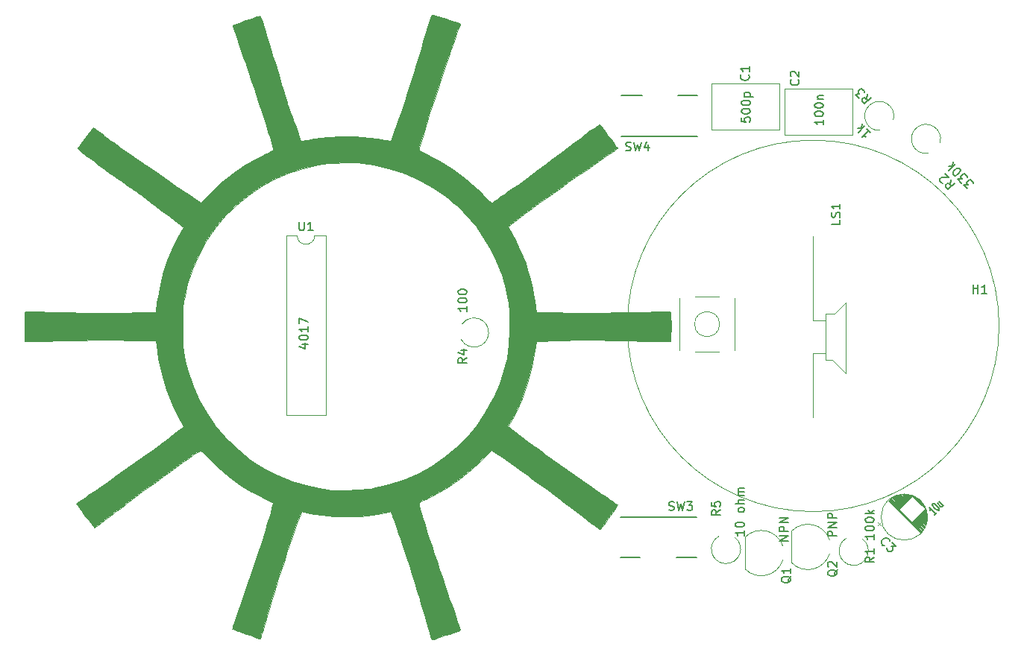
<source format=gbr>
%TF.GenerationSoftware,KiCad,Pcbnew,(5.1.9-0-10_14)*%
%TF.CreationDate,2021-08-25T11:14:01+08:00*%
%TF.ProjectId,osc_bjt_4017,6f73635f-626a-4745-9f34-3031372e6b69,rev?*%
%TF.SameCoordinates,Original*%
%TF.FileFunction,Legend,Top*%
%TF.FilePolarity,Positive*%
%FSLAX46Y46*%
G04 Gerber Fmt 4.6, Leading zero omitted, Abs format (unit mm)*
G04 Created by KiCad (PCBNEW (5.1.9-0-10_14)) date 2021-08-25 11:14:01*
%MOMM*%
%LPD*%
G01*
G04 APERTURE LIST*
%ADD10C,0.120000*%
%ADD11C,0.150000*%
%ADD12C,0.010000*%
G04 APERTURE END LIST*
D10*
X134750000Y-134500000D02*
X134750000Y-138250000D01*
X133250000Y-134500000D02*
X133250000Y-125000000D01*
X134750000Y-134500000D02*
X133250000Y-134500000D01*
X134750000Y-133750000D02*
X134750000Y-134500000D01*
X135750000Y-133750000D02*
X134750000Y-133750000D01*
X137000000Y-132500000D02*
X135750000Y-133750000D01*
X137000000Y-140500000D02*
X137000000Y-132500000D01*
X135500000Y-139000000D02*
X137000000Y-140500000D01*
X134750000Y-139000000D02*
X135500000Y-139000000D01*
X134750000Y-138250000D02*
X134750000Y-139000000D01*
X133250000Y-138250000D02*
X134750000Y-138250000D01*
X133250000Y-145500000D02*
X133250000Y-138250000D01*
D11*
%TO.C,SW4*%
X120150000Y-113600000D02*
X111550000Y-113600000D01*
X120150000Y-109000000D02*
X117950000Y-109000000D01*
X113850000Y-109000000D02*
X111550000Y-109000000D01*
%TO.C,SW3*%
X111450000Y-156850000D02*
X120050000Y-156850000D01*
X111450000Y-161450000D02*
X113650000Y-161450000D01*
X117750000Y-161450000D02*
X120050000Y-161450000D01*
D12*
%TO.C,G\u002A\u002A\u002A*%
G36*
X90141792Y-99851916D02*
G01*
X90342716Y-99895704D01*
X90642210Y-99978657D01*
X91061495Y-100105343D01*
X91583667Y-100268340D01*
X92075626Y-100423704D01*
X92509240Y-100561969D01*
X92859770Y-100675139D01*
X93102479Y-100755214D01*
X93212629Y-100794199D01*
X93216434Y-100796202D01*
X93193609Y-100877825D01*
X93119214Y-101104473D01*
X92998287Y-101461579D01*
X92835864Y-101934577D01*
X92636982Y-102508899D01*
X92406677Y-103169978D01*
X92149987Y-103903248D01*
X91871947Y-104694142D01*
X91704606Y-105168656D01*
X91356802Y-106163731D01*
X91001330Y-107199171D01*
X90648143Y-108244870D01*
X90307196Y-109270723D01*
X89988442Y-110246625D01*
X89701836Y-111142469D01*
X89457330Y-111928151D01*
X89330841Y-112348114D01*
X89136057Y-113008316D01*
X88958512Y-113614870D01*
X88803527Y-114149227D01*
X88676420Y-114592841D01*
X88582513Y-114927162D01*
X88527125Y-115133643D01*
X88514336Y-115194812D01*
X88594439Y-115235479D01*
X88798700Y-115334417D01*
X89098109Y-115477692D01*
X89463656Y-115651370D01*
X89547263Y-115690947D01*
X91019997Y-116460880D01*
X92418179Y-117345694D01*
X93765011Y-118361882D01*
X95083690Y-119525937D01*
X95478333Y-119907499D01*
X95856141Y-120279209D01*
X96191059Y-120607097D01*
X96465184Y-120873771D01*
X96660615Y-121061839D01*
X96759450Y-121153910D01*
X96767806Y-121160262D01*
X96839497Y-121114062D01*
X97034578Y-120982533D01*
X97337109Y-120776576D01*
X97731147Y-120507091D01*
X98200750Y-120184978D01*
X98729976Y-119821139D01*
X99223139Y-119481452D01*
X99790792Y-119084238D01*
X100466464Y-118601573D01*
X101224693Y-118052200D01*
X102040018Y-117454861D01*
X102886976Y-116828300D01*
X103740106Y-116191259D01*
X104573946Y-115562482D01*
X105329836Y-114986187D01*
X106115084Y-114386237D01*
X106826521Y-113847600D01*
X107455767Y-113376398D01*
X107994448Y-112978754D01*
X108434184Y-112660790D01*
X108766601Y-112428626D01*
X108983320Y-112288385D01*
X109075965Y-112246189D01*
X109077764Y-112247230D01*
X109150389Y-112336786D01*
X109299854Y-112532635D01*
X109507719Y-112809721D01*
X109755541Y-113142986D01*
X110024880Y-113507375D01*
X110297295Y-113877832D01*
X110554345Y-114229301D01*
X110777589Y-114536725D01*
X110948585Y-114775048D01*
X111048892Y-114919215D01*
X111067421Y-114950608D01*
X110997817Y-114999674D01*
X110801327Y-115136174D01*
X110490487Y-115351445D01*
X110077835Y-115636823D01*
X109575908Y-115983643D01*
X108997242Y-116383243D01*
X108354375Y-116826958D01*
X107659843Y-117306125D01*
X107165961Y-117646745D01*
X106344224Y-118217052D01*
X105487399Y-118818373D01*
X104620290Y-119432876D01*
X103767700Y-120042729D01*
X102954432Y-120630102D01*
X102205289Y-121177163D01*
X101545075Y-121666080D01*
X100998592Y-122079022D01*
X100966959Y-122103300D01*
X98658997Y-123876661D01*
X98904869Y-124276254D01*
X99094540Y-124610127D01*
X99328920Y-125061693D01*
X99589495Y-125591558D01*
X99857748Y-126160330D01*
X100115166Y-126728612D01*
X100343234Y-127257011D01*
X100523438Y-127706134D01*
X100548955Y-127774410D01*
X100867494Y-128732523D01*
X101161094Y-129795832D01*
X101414029Y-130900452D01*
X101610573Y-131982497D01*
X101649504Y-132245188D01*
X101835178Y-133564333D01*
X104414089Y-133637393D01*
X105428492Y-133657844D01*
X106608483Y-133666488D01*
X107950729Y-133663339D01*
X109451900Y-133648411D01*
X111108663Y-133621720D01*
X112010999Y-133603614D01*
X112917464Y-133585364D01*
X113773343Y-133570166D01*
X114563676Y-133558150D01*
X115273501Y-133549445D01*
X115887858Y-133544183D01*
X116391786Y-133542494D01*
X116770323Y-133544507D01*
X117008510Y-133550353D01*
X117090999Y-133559389D01*
X117110316Y-133660383D01*
X117125238Y-133898303D01*
X117135827Y-134240812D01*
X117142150Y-134655570D01*
X117144270Y-135110237D01*
X117142252Y-135572473D01*
X117136161Y-136009939D01*
X117126061Y-136390296D01*
X117112017Y-136681204D01*
X117094093Y-136850324D01*
X117084371Y-136878517D01*
X116992315Y-136886413D01*
X116746031Y-136890363D01*
X116360575Y-136890531D01*
X115851004Y-136887081D01*
X115232374Y-136880177D01*
X114519741Y-136869983D01*
X113728160Y-136856664D01*
X112872688Y-136840384D01*
X112096705Y-136824125D01*
X110397531Y-136791136D01*
X108858979Y-136769934D01*
X107472750Y-136760485D01*
X106230544Y-136762751D01*
X105124065Y-136776699D01*
X104495827Y-136791386D01*
X101829321Y-136866333D01*
X101692089Y-137882333D01*
X101354455Y-139808664D01*
X100872547Y-141649548D01*
X100244042Y-143411863D01*
X99466617Y-145102484D01*
X98912277Y-146111748D01*
X98654954Y-146551830D01*
X100961310Y-148321082D01*
X101501932Y-148729615D01*
X102157748Y-149214964D01*
X102903660Y-149759118D01*
X103714572Y-150344065D01*
X104565386Y-150951793D01*
X105431006Y-151564292D01*
X106286334Y-152163551D01*
X107106273Y-152731556D01*
X107120000Y-152741002D01*
X107841473Y-153237680D01*
X108521597Y-153706388D01*
X109147476Y-154138202D01*
X109706212Y-154524203D01*
X110184909Y-154855468D01*
X110570669Y-155123076D01*
X110850596Y-155318105D01*
X111011792Y-155431633D01*
X111046378Y-155457113D01*
X111019309Y-155539047D01*
X110907700Y-155730663D01*
X110729470Y-156006825D01*
X110502535Y-156342395D01*
X110244816Y-156712238D01*
X109974230Y-157091217D01*
X109708697Y-157454196D01*
X109466133Y-157776038D01*
X109264458Y-158031606D01*
X109121590Y-158195764D01*
X109059282Y-158244666D01*
X108980850Y-158194601D01*
X108780422Y-158050545D01*
X108470254Y-157821710D01*
X108062600Y-157517306D01*
X107569716Y-157146543D01*
X107003857Y-156718632D01*
X106377277Y-156242784D01*
X105702233Y-155728209D01*
X105196889Y-155341828D01*
X104548926Y-154848987D01*
X103856676Y-154328239D01*
X103133144Y-153788929D01*
X102391333Y-153240403D01*
X101644247Y-152692007D01*
X100904890Y-152153089D01*
X100186265Y-151632993D01*
X99501375Y-151141067D01*
X98863226Y-150686655D01*
X98284820Y-150279105D01*
X97779161Y-149927762D01*
X97359253Y-149641973D01*
X97038099Y-149431083D01*
X96828703Y-149304439D01*
X96748891Y-149270000D01*
X96677410Y-149327770D01*
X96510921Y-149486790D01*
X96271130Y-149725626D01*
X95979742Y-150022842D01*
X95837027Y-150170487D01*
X94562627Y-151391574D01*
X93194077Y-152509999D01*
X91757113Y-153507313D01*
X90277469Y-154365065D01*
X89359870Y-154814179D01*
X89027213Y-154967610D01*
X88755796Y-155096752D01*
X88580415Y-155184819D01*
X88533756Y-155212688D01*
X88538129Y-155312506D01*
X88592365Y-155557966D01*
X88691830Y-155934387D01*
X88831892Y-156427084D01*
X89007916Y-157021377D01*
X89215268Y-157702584D01*
X89449316Y-158456021D01*
X89705426Y-159267007D01*
X89978964Y-160120859D01*
X90265296Y-161002895D01*
X90559789Y-161898433D01*
X90857810Y-162792791D01*
X91154725Y-163671286D01*
X91445900Y-164519236D01*
X91702587Y-165253684D01*
X91990918Y-166071988D01*
X92261554Y-166842307D01*
X92509357Y-167549866D01*
X92729191Y-168179889D01*
X92915918Y-168717600D01*
X93064401Y-169148224D01*
X93169503Y-169456986D01*
X93226087Y-169629109D01*
X93234667Y-169660255D01*
X93160805Y-169717776D01*
X92967464Y-169805742D01*
X92705500Y-169901966D01*
X92418403Y-169999463D01*
X92022841Y-170135656D01*
X91570012Y-170292837D01*
X91111114Y-170453298D01*
X91090688Y-170460472D01*
X90587676Y-170629268D01*
X90231945Y-170730716D01*
X90026155Y-170764138D01*
X89972098Y-170745076D01*
X89942453Y-170647807D01*
X89869194Y-170403300D01*
X89756816Y-170026670D01*
X89609817Y-169533035D01*
X89432694Y-168937510D01*
X89229943Y-168255212D01*
X89006062Y-167501256D01*
X88765547Y-166690760D01*
X88620974Y-166203333D01*
X88340669Y-165267642D01*
X88045679Y-164300196D01*
X87744741Y-163328558D01*
X87446593Y-162380296D01*
X87159972Y-161482975D01*
X86893616Y-160664160D01*
X86656263Y-159951416D01*
X86456652Y-159372310D01*
X86447101Y-159345333D01*
X86226266Y-158722210D01*
X86018482Y-158135196D01*
X85831999Y-157607646D01*
X85675064Y-157162920D01*
X85555925Y-156824374D01*
X85482831Y-156615368D01*
X85471551Y-156582693D01*
X85351695Y-156233053D01*
X84657681Y-156385780D01*
X83324936Y-156619942D01*
X81894864Y-156764011D01*
X80413529Y-156817966D01*
X78926995Y-156781782D01*
X77481327Y-156655437D01*
X76122591Y-156438908D01*
X75889986Y-156390174D01*
X75182305Y-156235931D01*
X75075326Y-156499465D01*
X74893774Y-156967603D01*
X74671319Y-157575557D01*
X74415409Y-158300865D01*
X74133495Y-159121059D01*
X73833024Y-160013674D01*
X73521447Y-160956245D01*
X73206212Y-161926306D01*
X72894770Y-162901393D01*
X72594568Y-163859039D01*
X72313057Y-164776780D01*
X72144633Y-165337879D01*
X71827741Y-166404553D01*
X71555663Y-167320343D01*
X71324567Y-168096560D01*
X71130623Y-168744517D01*
X70969999Y-169275524D01*
X70838862Y-169700893D01*
X70733383Y-170031936D01*
X70649728Y-170279964D01*
X70584068Y-170456288D01*
X70532570Y-170572221D01*
X70491402Y-170639074D01*
X70456735Y-170668158D01*
X70424735Y-170670785D01*
X70391572Y-170658267D01*
X70353414Y-170641914D01*
X70348585Y-170640316D01*
X70095035Y-170556783D01*
X69751552Y-170438901D01*
X69348302Y-170297550D01*
X68915454Y-170143612D01*
X68483174Y-169987966D01*
X68081630Y-169841494D01*
X67740989Y-169715077D01*
X67491419Y-169619595D01*
X67363087Y-169565928D01*
X67352971Y-169559859D01*
X67370621Y-169472613D01*
X67440153Y-169240561D01*
X67556614Y-168878405D01*
X67715051Y-168400851D01*
X67910510Y-167822602D01*
X68138040Y-167158362D01*
X68392687Y-166422835D01*
X68669499Y-165630725D01*
X68832443Y-165167641D01*
X69112971Y-164364154D01*
X69403833Y-163516051D01*
X69700261Y-162638375D01*
X69997490Y-161746170D01*
X70290751Y-160854478D01*
X70575277Y-159978345D01*
X70846302Y-159132812D01*
X71099058Y-158332924D01*
X71328778Y-157593724D01*
X71530695Y-156930255D01*
X71700041Y-156357561D01*
X71832050Y-155890686D01*
X71921955Y-155544672D01*
X71964988Y-155334564D01*
X71966025Y-155279110D01*
X71885749Y-155221118D01*
X71678234Y-155101683D01*
X71368159Y-154934166D01*
X70980199Y-154731929D01*
X70586333Y-154532024D01*
X69380332Y-153889654D01*
X68287986Y-153222981D01*
X67267560Y-152501776D01*
X66277320Y-151695809D01*
X65275530Y-150774849D01*
X64928973Y-150434246D01*
X64506868Y-150021228D01*
X64156672Y-149694960D01*
X63889910Y-149465491D01*
X63718105Y-149342870D01*
X63658973Y-149326772D01*
X63347911Y-149522534D01*
X62918019Y-149808820D01*
X62385492Y-150173969D01*
X61766524Y-150606316D01*
X61077310Y-151094201D01*
X60334045Y-151625961D01*
X59552923Y-152189932D01*
X58750139Y-152774454D01*
X57941888Y-153367863D01*
X57144365Y-153958497D01*
X56373764Y-154534694D01*
X55646279Y-155084791D01*
X55363300Y-155300793D01*
X54677596Y-155824908D01*
X54032128Y-156316519D01*
X53439396Y-156766226D01*
X52911898Y-157164631D01*
X52462135Y-157502331D01*
X52102605Y-157769929D01*
X51845807Y-157958023D01*
X51704241Y-158057215D01*
X51680300Y-158070538D01*
X51618226Y-158005338D01*
X51476969Y-157828899D01*
X51274784Y-157565984D01*
X51029926Y-157241358D01*
X50760650Y-156879783D01*
X50485211Y-156506024D01*
X50221864Y-156144844D01*
X49988863Y-155821006D01*
X49804464Y-155559276D01*
X49686921Y-155384415D01*
X49653716Y-155321373D01*
X49725175Y-155272104D01*
X49923222Y-155135635D01*
X50234994Y-154920828D01*
X50647630Y-154636544D01*
X51148267Y-154291645D01*
X51724043Y-153894990D01*
X52362096Y-153455441D01*
X53049563Y-152981859D01*
X53399000Y-152741143D01*
X54209594Y-152179029D01*
X55059593Y-151582833D01*
X55922805Y-150971359D01*
X56773036Y-150363414D01*
X57584095Y-149777803D01*
X58329788Y-149233330D01*
X58983924Y-148748800D01*
X59452667Y-148394857D01*
X59998625Y-147977511D01*
X60500690Y-147593802D01*
X60943310Y-147255610D01*
X61310934Y-146974813D01*
X61588009Y-146763290D01*
X61758984Y-146632921D01*
X61809155Y-146594870D01*
X61781129Y-146518012D01*
X61684252Y-146322683D01*
X61533377Y-146037610D01*
X61343362Y-145691518D01*
X61324437Y-145657622D01*
X60531427Y-144074881D01*
X59864467Y-142396227D01*
X59331511Y-140647104D01*
X58940515Y-138852958D01*
X58731080Y-137362886D01*
X58676296Y-136843438D01*
X55597948Y-136781042D01*
X54412983Y-136764615D01*
X53090966Y-136760034D01*
X51663748Y-136767108D01*
X50163182Y-136785645D01*
X48621119Y-136815454D01*
X48194620Y-136825587D01*
X47354581Y-136845231D01*
X46566133Y-136861489D01*
X45845408Y-136874181D01*
X45208543Y-136883126D01*
X44671672Y-136888144D01*
X44250928Y-136889053D01*
X43962448Y-136885675D01*
X43822364Y-136877827D01*
X43811760Y-136874648D01*
X43792876Y-136774488D01*
X43778019Y-136537339D01*
X43767182Y-136195501D01*
X43760353Y-135781269D01*
X43757525Y-135326943D01*
X43757805Y-135215333D01*
X61699181Y-135215333D01*
X61703985Y-136080250D01*
X61722128Y-136811970D01*
X61758080Y-137446399D01*
X61816309Y-138019441D01*
X61901285Y-138567000D01*
X62017478Y-139124982D01*
X62169355Y-139729291D01*
X62335194Y-140324845D01*
X62903727Y-142003724D01*
X63622244Y-143608081D01*
X64485207Y-145130375D01*
X65487078Y-146563063D01*
X66622318Y-147898603D01*
X67885388Y-149129453D01*
X69270750Y-150248070D01*
X69993667Y-150753687D01*
X71289633Y-151530850D01*
X72700468Y-152219233D01*
X74189353Y-152805314D01*
X75719467Y-153275576D01*
X77253991Y-153616499D01*
X78164000Y-153753651D01*
X78611128Y-153790064D01*
X79185954Y-153809491D01*
X79849094Y-153813103D01*
X80561167Y-153802072D01*
X81282791Y-153777567D01*
X81974581Y-153740760D01*
X82597158Y-153692821D01*
X83111137Y-153634921D01*
X83328667Y-153600111D01*
X85100139Y-153189769D01*
X86798448Y-152632311D01*
X88416524Y-151933087D01*
X89947297Y-151097448D01*
X91383697Y-150130744D01*
X92718653Y-149038326D01*
X93945097Y-147825545D01*
X95055957Y-146497750D01*
X96044163Y-145060292D01*
X96902647Y-143518522D01*
X97049513Y-143216333D01*
X97683733Y-141745343D01*
X98171845Y-140297276D01*
X98521604Y-138837549D01*
X98740761Y-137331578D01*
X98837071Y-135744781D01*
X98843210Y-135215333D01*
X98829563Y-134259310D01*
X98782998Y-133413213D01*
X98697125Y-132619729D01*
X98565552Y-131821540D01*
X98381887Y-130961331D01*
X98356938Y-130855000D01*
X97936575Y-129393114D01*
X97370707Y-127921146D01*
X96676893Y-126474651D01*
X95872695Y-125089189D01*
X94975674Y-123800317D01*
X94698245Y-123446666D01*
X94343059Y-123034588D01*
X93891862Y-122553437D01*
X93380124Y-122037503D01*
X92843317Y-121521079D01*
X92316910Y-121038453D01*
X91836374Y-120623917D01*
X91513604Y-120367947D01*
X90022173Y-119353924D01*
X88459818Y-118493454D01*
X86829266Y-117787618D01*
X85133246Y-117237492D01*
X83374485Y-116844155D01*
X82149050Y-116667356D01*
X81518681Y-116618902D01*
X80770792Y-116598371D01*
X79954599Y-116604148D01*
X79119320Y-116634618D01*
X78314170Y-116688166D01*
X77588367Y-116763178D01*
X77128186Y-116832107D01*
X75398069Y-117223859D01*
X73725043Y-117770790D01*
X72118722Y-118466309D01*
X70588724Y-119303827D01*
X69144664Y-120276754D01*
X67796158Y-121378500D01*
X66552822Y-122602474D01*
X65424273Y-123942087D01*
X64420126Y-125390748D01*
X64260658Y-125650420D01*
X63469240Y-127121257D01*
X62801753Y-128699704D01*
X62262853Y-130373177D01*
X61857194Y-132129090D01*
X61850030Y-132167333D01*
X61800481Y-132469729D01*
X61762496Y-132796455D01*
X61734752Y-133174269D01*
X61715924Y-133629928D01*
X61704686Y-134190191D01*
X61699717Y-134881817D01*
X61699181Y-135215333D01*
X43757805Y-135215333D01*
X43758688Y-134864819D01*
X43763832Y-134427194D01*
X43772950Y-134046367D01*
X43786031Y-133754635D01*
X43803066Y-133584294D01*
X43812703Y-133555074D01*
X43904952Y-133546961D01*
X44151293Y-133542792D01*
X44536534Y-133542409D01*
X45045483Y-133545654D01*
X45662949Y-133552366D01*
X46373740Y-133562388D01*
X47162663Y-133575560D01*
X48014529Y-133591722D01*
X48717510Y-133606403D01*
X50442383Y-133639320D01*
X52012412Y-133659849D01*
X53424376Y-133667978D01*
X54675053Y-133663693D01*
X55761223Y-133646979D01*
X56107665Y-133638025D01*
X58646996Y-133564333D01*
X58705124Y-133183333D01*
X58742075Y-132938503D01*
X58795561Y-132580822D01*
X58857423Y-132164961D01*
X58900973Y-131871000D01*
X59174026Y-130429638D01*
X59565334Y-128957861D01*
X60058883Y-127502421D01*
X60638659Y-126110071D01*
X61288646Y-124827564D01*
X61351722Y-124716186D01*
X61811411Y-123912333D01*
X61593372Y-123743000D01*
X61385008Y-123583118D01*
X61069579Y-123343605D01*
X60666876Y-123039293D01*
X60196693Y-122685016D01*
X59678820Y-122295606D01*
X59133049Y-121885898D01*
X58579173Y-121470722D01*
X58036984Y-121064914D01*
X57526273Y-120683306D01*
X57066832Y-120340730D01*
X56678454Y-120052021D01*
X56380930Y-119832011D01*
X56194052Y-119695532D01*
X56167763Y-119676783D01*
X55903806Y-119492263D01*
X55547454Y-119245703D01*
X55146486Y-118970054D01*
X54769042Y-118712131D01*
X54381193Y-118443304D01*
X53905055Y-118106070D01*
X53387497Y-117734030D01*
X52875388Y-117360785D01*
X52587245Y-117148014D01*
X52113078Y-116796198D01*
X51617420Y-116429169D01*
X51143361Y-116078786D01*
X50733990Y-115776907D01*
X50522676Y-115621551D01*
X50167222Y-115349089D01*
X49919868Y-115134376D01*
X49793859Y-114989650D01*
X49783472Y-114938620D01*
X49853772Y-114842482D01*
X50010518Y-114637913D01*
X50234913Y-114349139D01*
X50508159Y-114000384D01*
X50724457Y-113725911D01*
X51605915Y-112610018D01*
X51909791Y-112838271D01*
X52126601Y-113003470D01*
X52417916Y-113228475D01*
X52725344Y-113468157D01*
X52764000Y-113498473D01*
X53043753Y-113711123D01*
X53453623Y-114012498D01*
X53983977Y-114395701D01*
X54625179Y-114853838D01*
X55367596Y-115380014D01*
X56201593Y-115967332D01*
X56785667Y-116376810D01*
X56999245Y-116524932D01*
X57326487Y-116750135D01*
X57740997Y-117034338D01*
X58216375Y-117359457D01*
X58726225Y-117707410D01*
X59071667Y-117942744D01*
X59668850Y-118350045D01*
X60322002Y-118796827D01*
X60985468Y-119251774D01*
X61613595Y-119683570D01*
X62160729Y-120060898D01*
X62300290Y-120157437D01*
X63750914Y-121161763D01*
X64967290Y-119950427D01*
X66310166Y-118711027D01*
X67708279Y-117609702D01*
X68849825Y-116840990D01*
X69190883Y-116638056D01*
X69618411Y-116398150D01*
X70094493Y-116141052D01*
X70581211Y-115886541D01*
X71040649Y-115654399D01*
X71434891Y-115464404D01*
X71726021Y-115336336D01*
X71758144Y-115323807D01*
X71921318Y-115233586D01*
X71983333Y-115148031D01*
X71957039Y-114994727D01*
X71881565Y-114697117D01*
X71762021Y-114271288D01*
X71603519Y-113733330D01*
X71411169Y-113099329D01*
X71190081Y-112385374D01*
X70945368Y-111607553D01*
X70682139Y-110781954D01*
X70405505Y-109924664D01*
X70120578Y-109051773D01*
X69832467Y-108179367D01*
X69546285Y-107323534D01*
X69267141Y-106500364D01*
X69000147Y-105725943D01*
X68890604Y-105412666D01*
X68607717Y-104606512D01*
X68341762Y-103846718D01*
X68098061Y-103148622D01*
X67881938Y-102527563D01*
X67698716Y-101998881D01*
X67553719Y-101577912D01*
X67452268Y-101279997D01*
X67399689Y-101120473D01*
X67393579Y-101099083D01*
X67436401Y-101033391D01*
X67594263Y-100939842D01*
X67879056Y-100813125D01*
X68302672Y-100647931D01*
X68850667Y-100448328D01*
X69327945Y-100280387D01*
X69756035Y-100133888D01*
X70107182Y-100017998D01*
X70353630Y-99941885D01*
X70466079Y-99914744D01*
X70506279Y-99947132D01*
X70563954Y-100053791D01*
X70642475Y-100245009D01*
X70745216Y-100531073D01*
X70875548Y-100922272D01*
X71036846Y-101428894D01*
X71232480Y-102061226D01*
X71465825Y-102829556D01*
X71740251Y-103744171D01*
X71928429Y-104375500D01*
X72189900Y-105250505D01*
X72448050Y-106106953D01*
X72696864Y-106925386D01*
X72930329Y-107686346D01*
X73142434Y-108370375D01*
X73327165Y-108958016D01*
X73478509Y-109429809D01*
X73590453Y-109766297D01*
X73622499Y-109857666D01*
X73771151Y-110272632D01*
X73958986Y-110799574D01*
X74169029Y-111390719D01*
X74384302Y-111998294D01*
X74565893Y-112512320D01*
X75143821Y-114150974D01*
X75405077Y-114105294D01*
X75591386Y-114072768D01*
X75900080Y-114018928D01*
X76286724Y-113951523D01*
X76668027Y-113885072D01*
X78158692Y-113689210D01*
X79724787Y-113601561D01*
X81311552Y-113622062D01*
X82864225Y-113750648D01*
X83836667Y-113893458D01*
X84263177Y-113965292D01*
X84649387Y-114025198D01*
X84953692Y-114067057D01*
X85134488Y-114084751D01*
X85138052Y-114084857D01*
X85381105Y-114091000D01*
X86300218Y-111508666D01*
X86511661Y-110899860D01*
X86760987Y-110157114D01*
X87039027Y-109309152D01*
X87336610Y-108384700D01*
X87644565Y-107412482D01*
X87953723Y-106421221D01*
X88254912Y-105439643D01*
X88538964Y-104496473D01*
X88540376Y-104491735D01*
X88789970Y-103654649D01*
X89026216Y-102863827D01*
X89244495Y-102134626D01*
X89440190Y-101482403D01*
X89608681Y-100922514D01*
X89745352Y-100470315D01*
X89845584Y-100141164D01*
X89904759Y-99950417D01*
X89918210Y-99909862D01*
X89950762Y-99863563D01*
X90018215Y-99842725D01*
X90141792Y-99851916D01*
G37*
X90141792Y-99851916D02*
X90342716Y-99895704D01*
X90642210Y-99978657D01*
X91061495Y-100105343D01*
X91583667Y-100268340D01*
X92075626Y-100423704D01*
X92509240Y-100561969D01*
X92859770Y-100675139D01*
X93102479Y-100755214D01*
X93212629Y-100794199D01*
X93216434Y-100796202D01*
X93193609Y-100877825D01*
X93119214Y-101104473D01*
X92998287Y-101461579D01*
X92835864Y-101934577D01*
X92636982Y-102508899D01*
X92406677Y-103169978D01*
X92149987Y-103903248D01*
X91871947Y-104694142D01*
X91704606Y-105168656D01*
X91356802Y-106163731D01*
X91001330Y-107199171D01*
X90648143Y-108244870D01*
X90307196Y-109270723D01*
X89988442Y-110246625D01*
X89701836Y-111142469D01*
X89457330Y-111928151D01*
X89330841Y-112348114D01*
X89136057Y-113008316D01*
X88958512Y-113614870D01*
X88803527Y-114149227D01*
X88676420Y-114592841D01*
X88582513Y-114927162D01*
X88527125Y-115133643D01*
X88514336Y-115194812D01*
X88594439Y-115235479D01*
X88798700Y-115334417D01*
X89098109Y-115477692D01*
X89463656Y-115651370D01*
X89547263Y-115690947D01*
X91019997Y-116460880D01*
X92418179Y-117345694D01*
X93765011Y-118361882D01*
X95083690Y-119525937D01*
X95478333Y-119907499D01*
X95856141Y-120279209D01*
X96191059Y-120607097D01*
X96465184Y-120873771D01*
X96660615Y-121061839D01*
X96759450Y-121153910D01*
X96767806Y-121160262D01*
X96839497Y-121114062D01*
X97034578Y-120982533D01*
X97337109Y-120776576D01*
X97731147Y-120507091D01*
X98200750Y-120184978D01*
X98729976Y-119821139D01*
X99223139Y-119481452D01*
X99790792Y-119084238D01*
X100466464Y-118601573D01*
X101224693Y-118052200D01*
X102040018Y-117454861D01*
X102886976Y-116828300D01*
X103740106Y-116191259D01*
X104573946Y-115562482D01*
X105329836Y-114986187D01*
X106115084Y-114386237D01*
X106826521Y-113847600D01*
X107455767Y-113376398D01*
X107994448Y-112978754D01*
X108434184Y-112660790D01*
X108766601Y-112428626D01*
X108983320Y-112288385D01*
X109075965Y-112246189D01*
X109077764Y-112247230D01*
X109150389Y-112336786D01*
X109299854Y-112532635D01*
X109507719Y-112809721D01*
X109755541Y-113142986D01*
X110024880Y-113507375D01*
X110297295Y-113877832D01*
X110554345Y-114229301D01*
X110777589Y-114536725D01*
X110948585Y-114775048D01*
X111048892Y-114919215D01*
X111067421Y-114950608D01*
X110997817Y-114999674D01*
X110801327Y-115136174D01*
X110490487Y-115351445D01*
X110077835Y-115636823D01*
X109575908Y-115983643D01*
X108997242Y-116383243D01*
X108354375Y-116826958D01*
X107659843Y-117306125D01*
X107165961Y-117646745D01*
X106344224Y-118217052D01*
X105487399Y-118818373D01*
X104620290Y-119432876D01*
X103767700Y-120042729D01*
X102954432Y-120630102D01*
X102205289Y-121177163D01*
X101545075Y-121666080D01*
X100998592Y-122079022D01*
X100966959Y-122103300D01*
X98658997Y-123876661D01*
X98904869Y-124276254D01*
X99094540Y-124610127D01*
X99328920Y-125061693D01*
X99589495Y-125591558D01*
X99857748Y-126160330D01*
X100115166Y-126728612D01*
X100343234Y-127257011D01*
X100523438Y-127706134D01*
X100548955Y-127774410D01*
X100867494Y-128732523D01*
X101161094Y-129795832D01*
X101414029Y-130900452D01*
X101610573Y-131982497D01*
X101649504Y-132245188D01*
X101835178Y-133564333D01*
X104414089Y-133637393D01*
X105428492Y-133657844D01*
X106608483Y-133666488D01*
X107950729Y-133663339D01*
X109451900Y-133648411D01*
X111108663Y-133621720D01*
X112010999Y-133603614D01*
X112917464Y-133585364D01*
X113773343Y-133570166D01*
X114563676Y-133558150D01*
X115273501Y-133549445D01*
X115887858Y-133544183D01*
X116391786Y-133542494D01*
X116770323Y-133544507D01*
X117008510Y-133550353D01*
X117090999Y-133559389D01*
X117110316Y-133660383D01*
X117125238Y-133898303D01*
X117135827Y-134240812D01*
X117142150Y-134655570D01*
X117144270Y-135110237D01*
X117142252Y-135572473D01*
X117136161Y-136009939D01*
X117126061Y-136390296D01*
X117112017Y-136681204D01*
X117094093Y-136850324D01*
X117084371Y-136878517D01*
X116992315Y-136886413D01*
X116746031Y-136890363D01*
X116360575Y-136890531D01*
X115851004Y-136887081D01*
X115232374Y-136880177D01*
X114519741Y-136869983D01*
X113728160Y-136856664D01*
X112872688Y-136840384D01*
X112096705Y-136824125D01*
X110397531Y-136791136D01*
X108858979Y-136769934D01*
X107472750Y-136760485D01*
X106230544Y-136762751D01*
X105124065Y-136776699D01*
X104495827Y-136791386D01*
X101829321Y-136866333D01*
X101692089Y-137882333D01*
X101354455Y-139808664D01*
X100872547Y-141649548D01*
X100244042Y-143411863D01*
X99466617Y-145102484D01*
X98912277Y-146111748D01*
X98654954Y-146551830D01*
X100961310Y-148321082D01*
X101501932Y-148729615D01*
X102157748Y-149214964D01*
X102903660Y-149759118D01*
X103714572Y-150344065D01*
X104565386Y-150951793D01*
X105431006Y-151564292D01*
X106286334Y-152163551D01*
X107106273Y-152731556D01*
X107120000Y-152741002D01*
X107841473Y-153237680D01*
X108521597Y-153706388D01*
X109147476Y-154138202D01*
X109706212Y-154524203D01*
X110184909Y-154855468D01*
X110570669Y-155123076D01*
X110850596Y-155318105D01*
X111011792Y-155431633D01*
X111046378Y-155457113D01*
X111019309Y-155539047D01*
X110907700Y-155730663D01*
X110729470Y-156006825D01*
X110502535Y-156342395D01*
X110244816Y-156712238D01*
X109974230Y-157091217D01*
X109708697Y-157454196D01*
X109466133Y-157776038D01*
X109264458Y-158031606D01*
X109121590Y-158195764D01*
X109059282Y-158244666D01*
X108980850Y-158194601D01*
X108780422Y-158050545D01*
X108470254Y-157821710D01*
X108062600Y-157517306D01*
X107569716Y-157146543D01*
X107003857Y-156718632D01*
X106377277Y-156242784D01*
X105702233Y-155728209D01*
X105196889Y-155341828D01*
X104548926Y-154848987D01*
X103856676Y-154328239D01*
X103133144Y-153788929D01*
X102391333Y-153240403D01*
X101644247Y-152692007D01*
X100904890Y-152153089D01*
X100186265Y-151632993D01*
X99501375Y-151141067D01*
X98863226Y-150686655D01*
X98284820Y-150279105D01*
X97779161Y-149927762D01*
X97359253Y-149641973D01*
X97038099Y-149431083D01*
X96828703Y-149304439D01*
X96748891Y-149270000D01*
X96677410Y-149327770D01*
X96510921Y-149486790D01*
X96271130Y-149725626D01*
X95979742Y-150022842D01*
X95837027Y-150170487D01*
X94562627Y-151391574D01*
X93194077Y-152509999D01*
X91757113Y-153507313D01*
X90277469Y-154365065D01*
X89359870Y-154814179D01*
X89027213Y-154967610D01*
X88755796Y-155096752D01*
X88580415Y-155184819D01*
X88533756Y-155212688D01*
X88538129Y-155312506D01*
X88592365Y-155557966D01*
X88691830Y-155934387D01*
X88831892Y-156427084D01*
X89007916Y-157021377D01*
X89215268Y-157702584D01*
X89449316Y-158456021D01*
X89705426Y-159267007D01*
X89978964Y-160120859D01*
X90265296Y-161002895D01*
X90559789Y-161898433D01*
X90857810Y-162792791D01*
X91154725Y-163671286D01*
X91445900Y-164519236D01*
X91702587Y-165253684D01*
X91990918Y-166071988D01*
X92261554Y-166842307D01*
X92509357Y-167549866D01*
X92729191Y-168179889D01*
X92915918Y-168717600D01*
X93064401Y-169148224D01*
X93169503Y-169456986D01*
X93226087Y-169629109D01*
X93234667Y-169660255D01*
X93160805Y-169717776D01*
X92967464Y-169805742D01*
X92705500Y-169901966D01*
X92418403Y-169999463D01*
X92022841Y-170135656D01*
X91570012Y-170292837D01*
X91111114Y-170453298D01*
X91090688Y-170460472D01*
X90587676Y-170629268D01*
X90231945Y-170730716D01*
X90026155Y-170764138D01*
X89972098Y-170745076D01*
X89942453Y-170647807D01*
X89869194Y-170403300D01*
X89756816Y-170026670D01*
X89609817Y-169533035D01*
X89432694Y-168937510D01*
X89229943Y-168255212D01*
X89006062Y-167501256D01*
X88765547Y-166690760D01*
X88620974Y-166203333D01*
X88340669Y-165267642D01*
X88045679Y-164300196D01*
X87744741Y-163328558D01*
X87446593Y-162380296D01*
X87159972Y-161482975D01*
X86893616Y-160664160D01*
X86656263Y-159951416D01*
X86456652Y-159372310D01*
X86447101Y-159345333D01*
X86226266Y-158722210D01*
X86018482Y-158135196D01*
X85831999Y-157607646D01*
X85675064Y-157162920D01*
X85555925Y-156824374D01*
X85482831Y-156615368D01*
X85471551Y-156582693D01*
X85351695Y-156233053D01*
X84657681Y-156385780D01*
X83324936Y-156619942D01*
X81894864Y-156764011D01*
X80413529Y-156817966D01*
X78926995Y-156781782D01*
X77481327Y-156655437D01*
X76122591Y-156438908D01*
X75889986Y-156390174D01*
X75182305Y-156235931D01*
X75075326Y-156499465D01*
X74893774Y-156967603D01*
X74671319Y-157575557D01*
X74415409Y-158300865D01*
X74133495Y-159121059D01*
X73833024Y-160013674D01*
X73521447Y-160956245D01*
X73206212Y-161926306D01*
X72894770Y-162901393D01*
X72594568Y-163859039D01*
X72313057Y-164776780D01*
X72144633Y-165337879D01*
X71827741Y-166404553D01*
X71555663Y-167320343D01*
X71324567Y-168096560D01*
X71130623Y-168744517D01*
X70969999Y-169275524D01*
X70838862Y-169700893D01*
X70733383Y-170031936D01*
X70649728Y-170279964D01*
X70584068Y-170456288D01*
X70532570Y-170572221D01*
X70491402Y-170639074D01*
X70456735Y-170668158D01*
X70424735Y-170670785D01*
X70391572Y-170658267D01*
X70353414Y-170641914D01*
X70348585Y-170640316D01*
X70095035Y-170556783D01*
X69751552Y-170438901D01*
X69348302Y-170297550D01*
X68915454Y-170143612D01*
X68483174Y-169987966D01*
X68081630Y-169841494D01*
X67740989Y-169715077D01*
X67491419Y-169619595D01*
X67363087Y-169565928D01*
X67352971Y-169559859D01*
X67370621Y-169472613D01*
X67440153Y-169240561D01*
X67556614Y-168878405D01*
X67715051Y-168400851D01*
X67910510Y-167822602D01*
X68138040Y-167158362D01*
X68392687Y-166422835D01*
X68669499Y-165630725D01*
X68832443Y-165167641D01*
X69112971Y-164364154D01*
X69403833Y-163516051D01*
X69700261Y-162638375D01*
X69997490Y-161746170D01*
X70290751Y-160854478D01*
X70575277Y-159978345D01*
X70846302Y-159132812D01*
X71099058Y-158332924D01*
X71328778Y-157593724D01*
X71530695Y-156930255D01*
X71700041Y-156357561D01*
X71832050Y-155890686D01*
X71921955Y-155544672D01*
X71964988Y-155334564D01*
X71966025Y-155279110D01*
X71885749Y-155221118D01*
X71678234Y-155101683D01*
X71368159Y-154934166D01*
X70980199Y-154731929D01*
X70586333Y-154532024D01*
X69380332Y-153889654D01*
X68287986Y-153222981D01*
X67267560Y-152501776D01*
X66277320Y-151695809D01*
X65275530Y-150774849D01*
X64928973Y-150434246D01*
X64506868Y-150021228D01*
X64156672Y-149694960D01*
X63889910Y-149465491D01*
X63718105Y-149342870D01*
X63658973Y-149326772D01*
X63347911Y-149522534D01*
X62918019Y-149808820D01*
X62385492Y-150173969D01*
X61766524Y-150606316D01*
X61077310Y-151094201D01*
X60334045Y-151625961D01*
X59552923Y-152189932D01*
X58750139Y-152774454D01*
X57941888Y-153367863D01*
X57144365Y-153958497D01*
X56373764Y-154534694D01*
X55646279Y-155084791D01*
X55363300Y-155300793D01*
X54677596Y-155824908D01*
X54032128Y-156316519D01*
X53439396Y-156766226D01*
X52911898Y-157164631D01*
X52462135Y-157502331D01*
X52102605Y-157769929D01*
X51845807Y-157958023D01*
X51704241Y-158057215D01*
X51680300Y-158070538D01*
X51618226Y-158005338D01*
X51476969Y-157828899D01*
X51274784Y-157565984D01*
X51029926Y-157241358D01*
X50760650Y-156879783D01*
X50485211Y-156506024D01*
X50221864Y-156144844D01*
X49988863Y-155821006D01*
X49804464Y-155559276D01*
X49686921Y-155384415D01*
X49653716Y-155321373D01*
X49725175Y-155272104D01*
X49923222Y-155135635D01*
X50234994Y-154920828D01*
X50647630Y-154636544D01*
X51148267Y-154291645D01*
X51724043Y-153894990D01*
X52362096Y-153455441D01*
X53049563Y-152981859D01*
X53399000Y-152741143D01*
X54209594Y-152179029D01*
X55059593Y-151582833D01*
X55922805Y-150971359D01*
X56773036Y-150363414D01*
X57584095Y-149777803D01*
X58329788Y-149233330D01*
X58983924Y-148748800D01*
X59452667Y-148394857D01*
X59998625Y-147977511D01*
X60500690Y-147593802D01*
X60943310Y-147255610D01*
X61310934Y-146974813D01*
X61588009Y-146763290D01*
X61758984Y-146632921D01*
X61809155Y-146594870D01*
X61781129Y-146518012D01*
X61684252Y-146322683D01*
X61533377Y-146037610D01*
X61343362Y-145691518D01*
X61324437Y-145657622D01*
X60531427Y-144074881D01*
X59864467Y-142396227D01*
X59331511Y-140647104D01*
X58940515Y-138852958D01*
X58731080Y-137362886D01*
X58676296Y-136843438D01*
X55597948Y-136781042D01*
X54412983Y-136764615D01*
X53090966Y-136760034D01*
X51663748Y-136767108D01*
X50163182Y-136785645D01*
X48621119Y-136815454D01*
X48194620Y-136825587D01*
X47354581Y-136845231D01*
X46566133Y-136861489D01*
X45845408Y-136874181D01*
X45208543Y-136883126D01*
X44671672Y-136888144D01*
X44250928Y-136889053D01*
X43962448Y-136885675D01*
X43822364Y-136877827D01*
X43811760Y-136874648D01*
X43792876Y-136774488D01*
X43778019Y-136537339D01*
X43767182Y-136195501D01*
X43760353Y-135781269D01*
X43757525Y-135326943D01*
X43757805Y-135215333D01*
X61699181Y-135215333D01*
X61703985Y-136080250D01*
X61722128Y-136811970D01*
X61758080Y-137446399D01*
X61816309Y-138019441D01*
X61901285Y-138567000D01*
X62017478Y-139124982D01*
X62169355Y-139729291D01*
X62335194Y-140324845D01*
X62903727Y-142003724D01*
X63622244Y-143608081D01*
X64485207Y-145130375D01*
X65487078Y-146563063D01*
X66622318Y-147898603D01*
X67885388Y-149129453D01*
X69270750Y-150248070D01*
X69993667Y-150753687D01*
X71289633Y-151530850D01*
X72700468Y-152219233D01*
X74189353Y-152805314D01*
X75719467Y-153275576D01*
X77253991Y-153616499D01*
X78164000Y-153753651D01*
X78611128Y-153790064D01*
X79185954Y-153809491D01*
X79849094Y-153813103D01*
X80561167Y-153802072D01*
X81282791Y-153777567D01*
X81974581Y-153740760D01*
X82597158Y-153692821D01*
X83111137Y-153634921D01*
X83328667Y-153600111D01*
X85100139Y-153189769D01*
X86798448Y-152632311D01*
X88416524Y-151933087D01*
X89947297Y-151097448D01*
X91383697Y-150130744D01*
X92718653Y-149038326D01*
X93945097Y-147825545D01*
X95055957Y-146497750D01*
X96044163Y-145060292D01*
X96902647Y-143518522D01*
X97049513Y-143216333D01*
X97683733Y-141745343D01*
X98171845Y-140297276D01*
X98521604Y-138837549D01*
X98740761Y-137331578D01*
X98837071Y-135744781D01*
X98843210Y-135215333D01*
X98829563Y-134259310D01*
X98782998Y-133413213D01*
X98697125Y-132619729D01*
X98565552Y-131821540D01*
X98381887Y-130961331D01*
X98356938Y-130855000D01*
X97936575Y-129393114D01*
X97370707Y-127921146D01*
X96676893Y-126474651D01*
X95872695Y-125089189D01*
X94975674Y-123800317D01*
X94698245Y-123446666D01*
X94343059Y-123034588D01*
X93891862Y-122553437D01*
X93380124Y-122037503D01*
X92843317Y-121521079D01*
X92316910Y-121038453D01*
X91836374Y-120623917D01*
X91513604Y-120367947D01*
X90022173Y-119353924D01*
X88459818Y-118493454D01*
X86829266Y-117787618D01*
X85133246Y-117237492D01*
X83374485Y-116844155D01*
X82149050Y-116667356D01*
X81518681Y-116618902D01*
X80770792Y-116598371D01*
X79954599Y-116604148D01*
X79119320Y-116634618D01*
X78314170Y-116688166D01*
X77588367Y-116763178D01*
X77128186Y-116832107D01*
X75398069Y-117223859D01*
X73725043Y-117770790D01*
X72118722Y-118466309D01*
X70588724Y-119303827D01*
X69144664Y-120276754D01*
X67796158Y-121378500D01*
X66552822Y-122602474D01*
X65424273Y-123942087D01*
X64420126Y-125390748D01*
X64260658Y-125650420D01*
X63469240Y-127121257D01*
X62801753Y-128699704D01*
X62262853Y-130373177D01*
X61857194Y-132129090D01*
X61850030Y-132167333D01*
X61800481Y-132469729D01*
X61762496Y-132796455D01*
X61734752Y-133174269D01*
X61715924Y-133629928D01*
X61704686Y-134190191D01*
X61699717Y-134881817D01*
X61699181Y-135215333D01*
X43757805Y-135215333D01*
X43758688Y-134864819D01*
X43763832Y-134427194D01*
X43772950Y-134046367D01*
X43786031Y-133754635D01*
X43803066Y-133584294D01*
X43812703Y-133555074D01*
X43904952Y-133546961D01*
X44151293Y-133542792D01*
X44536534Y-133542409D01*
X45045483Y-133545654D01*
X45662949Y-133552366D01*
X46373740Y-133562388D01*
X47162663Y-133575560D01*
X48014529Y-133591722D01*
X48717510Y-133606403D01*
X50442383Y-133639320D01*
X52012412Y-133659849D01*
X53424376Y-133667978D01*
X54675053Y-133663693D01*
X55761223Y-133646979D01*
X56107665Y-133638025D01*
X58646996Y-133564333D01*
X58705124Y-133183333D01*
X58742075Y-132938503D01*
X58795561Y-132580822D01*
X58857423Y-132164961D01*
X58900973Y-131871000D01*
X59174026Y-130429638D01*
X59565334Y-128957861D01*
X60058883Y-127502421D01*
X60638659Y-126110071D01*
X61288646Y-124827564D01*
X61351722Y-124716186D01*
X61811411Y-123912333D01*
X61593372Y-123743000D01*
X61385008Y-123583118D01*
X61069579Y-123343605D01*
X60666876Y-123039293D01*
X60196693Y-122685016D01*
X59678820Y-122295606D01*
X59133049Y-121885898D01*
X58579173Y-121470722D01*
X58036984Y-121064914D01*
X57526273Y-120683306D01*
X57066832Y-120340730D01*
X56678454Y-120052021D01*
X56380930Y-119832011D01*
X56194052Y-119695532D01*
X56167763Y-119676783D01*
X55903806Y-119492263D01*
X55547454Y-119245703D01*
X55146486Y-118970054D01*
X54769042Y-118712131D01*
X54381193Y-118443304D01*
X53905055Y-118106070D01*
X53387497Y-117734030D01*
X52875388Y-117360785D01*
X52587245Y-117148014D01*
X52113078Y-116796198D01*
X51617420Y-116429169D01*
X51143361Y-116078786D01*
X50733990Y-115776907D01*
X50522676Y-115621551D01*
X50167222Y-115349089D01*
X49919868Y-115134376D01*
X49793859Y-114989650D01*
X49783472Y-114938620D01*
X49853772Y-114842482D01*
X50010518Y-114637913D01*
X50234913Y-114349139D01*
X50508159Y-114000384D01*
X50724457Y-113725911D01*
X51605915Y-112610018D01*
X51909791Y-112838271D01*
X52126601Y-113003470D01*
X52417916Y-113228475D01*
X52725344Y-113468157D01*
X52764000Y-113498473D01*
X53043753Y-113711123D01*
X53453623Y-114012498D01*
X53983977Y-114395701D01*
X54625179Y-114853838D01*
X55367596Y-115380014D01*
X56201593Y-115967332D01*
X56785667Y-116376810D01*
X56999245Y-116524932D01*
X57326487Y-116750135D01*
X57740997Y-117034338D01*
X58216375Y-117359457D01*
X58726225Y-117707410D01*
X59071667Y-117942744D01*
X59668850Y-118350045D01*
X60322002Y-118796827D01*
X60985468Y-119251774D01*
X61613595Y-119683570D01*
X62160729Y-120060898D01*
X62300290Y-120157437D01*
X63750914Y-121161763D01*
X64967290Y-119950427D01*
X66310166Y-118711027D01*
X67708279Y-117609702D01*
X68849825Y-116840990D01*
X69190883Y-116638056D01*
X69618411Y-116398150D01*
X70094493Y-116141052D01*
X70581211Y-115886541D01*
X71040649Y-115654399D01*
X71434891Y-115464404D01*
X71726021Y-115336336D01*
X71758144Y-115323807D01*
X71921318Y-115233586D01*
X71983333Y-115148031D01*
X71957039Y-114994727D01*
X71881565Y-114697117D01*
X71762021Y-114271288D01*
X71603519Y-113733330D01*
X71411169Y-113099329D01*
X71190081Y-112385374D01*
X70945368Y-111607553D01*
X70682139Y-110781954D01*
X70405505Y-109924664D01*
X70120578Y-109051773D01*
X69832467Y-108179367D01*
X69546285Y-107323534D01*
X69267141Y-106500364D01*
X69000147Y-105725943D01*
X68890604Y-105412666D01*
X68607717Y-104606512D01*
X68341762Y-103846718D01*
X68098061Y-103148622D01*
X67881938Y-102527563D01*
X67698716Y-101998881D01*
X67553719Y-101577912D01*
X67452268Y-101279997D01*
X67399689Y-101120473D01*
X67393579Y-101099083D01*
X67436401Y-101033391D01*
X67594263Y-100939842D01*
X67879056Y-100813125D01*
X68302672Y-100647931D01*
X68850667Y-100448328D01*
X69327945Y-100280387D01*
X69756035Y-100133888D01*
X70107182Y-100017998D01*
X70353630Y-99941885D01*
X70466079Y-99914744D01*
X70506279Y-99947132D01*
X70563954Y-100053791D01*
X70642475Y-100245009D01*
X70745216Y-100531073D01*
X70875548Y-100922272D01*
X71036846Y-101428894D01*
X71232480Y-102061226D01*
X71465825Y-102829556D01*
X71740251Y-103744171D01*
X71928429Y-104375500D01*
X72189900Y-105250505D01*
X72448050Y-106106953D01*
X72696864Y-106925386D01*
X72930329Y-107686346D01*
X73142434Y-108370375D01*
X73327165Y-108958016D01*
X73478509Y-109429809D01*
X73590453Y-109766297D01*
X73622499Y-109857666D01*
X73771151Y-110272632D01*
X73958986Y-110799574D01*
X74169029Y-111390719D01*
X74384302Y-111998294D01*
X74565893Y-112512320D01*
X75143821Y-114150974D01*
X75405077Y-114105294D01*
X75591386Y-114072768D01*
X75900080Y-114018928D01*
X76286724Y-113951523D01*
X76668027Y-113885072D01*
X78158692Y-113689210D01*
X79724787Y-113601561D01*
X81311552Y-113622062D01*
X82864225Y-113750648D01*
X83836667Y-113893458D01*
X84263177Y-113965292D01*
X84649387Y-114025198D01*
X84953692Y-114067057D01*
X85134488Y-114084751D01*
X85138052Y-114084857D01*
X85381105Y-114091000D01*
X86300218Y-111508666D01*
X86511661Y-110899860D01*
X86760987Y-110157114D01*
X87039027Y-109309152D01*
X87336610Y-108384700D01*
X87644565Y-107412482D01*
X87953723Y-106421221D01*
X88254912Y-105439643D01*
X88538964Y-104496473D01*
X88540376Y-104491735D01*
X88789970Y-103654649D01*
X89026216Y-102863827D01*
X89244495Y-102134626D01*
X89440190Y-101482403D01*
X89608681Y-100922514D01*
X89745352Y-100470315D01*
X89845584Y-100141164D01*
X89904759Y-99950417D01*
X89918210Y-99909862D01*
X89950762Y-99863563D01*
X90018215Y-99842725D01*
X90141792Y-99851916D01*
D10*
%TO.C,R5*%
X124371380Y-159155225D02*
G75*
G02*
X122600000Y-159046728I-971380J-1344775D01*
G01*
%TO.C,R4*%
X93455225Y-134928620D02*
G75*
G02*
X93346728Y-136700000I1344775J-971380D01*
G01*
%TO.C,R3*%
X141064030Y-112937769D02*
G75*
G02*
X142393304Y-111761933I-264030J1637769D01*
G01*
%TO.C,R2*%
X146364030Y-115537769D02*
G75*
G02*
X147693304Y-114361933I-264030J1637769D01*
G01*
%TO.C,R1*%
X138871380Y-159355225D02*
G75*
G02*
X137100000Y-159246728I-971380J-1344775D01*
G01*
%TO.C,C3*%
X140607626Y-157452856D02*
X140961179Y-157806409D01*
X140607626Y-157806409D02*
X140961179Y-157452856D01*
X145272250Y-154826113D02*
X145673887Y-155227750D01*
X145078503Y-154688935D02*
X145811065Y-155421497D01*
X144937788Y-154604789D02*
X145895211Y-155562212D01*
X144818994Y-154542564D02*
X145957436Y-155681006D01*
X144712928Y-154493066D02*
X146006934Y-155787072D01*
X144616762Y-154453468D02*
X146046532Y-155883238D01*
X144526959Y-154420234D02*
X146079766Y-155973041D01*
X144442107Y-154391950D02*
X146108050Y-156057893D01*
X145982185Y-155988597D02*
X146131385Y-156137797D01*
X144362203Y-154368615D02*
X144511403Y-154517815D01*
X145953901Y-156016881D02*
X146151184Y-156214164D01*
X144285836Y-154348816D02*
X144483119Y-154546099D01*
X145925617Y-156045166D02*
X146168154Y-156287703D01*
X144212297Y-154331846D02*
X144454834Y-154574383D01*
X145897332Y-156073450D02*
X146182296Y-156358414D01*
X144141586Y-154317704D02*
X144426550Y-154602668D01*
X145869048Y-156101734D02*
X146194317Y-156427003D01*
X144072997Y-154305683D02*
X144398266Y-154630952D01*
X145840764Y-156130018D02*
X146204217Y-156493471D01*
X144006529Y-154295783D02*
X144369982Y-154659236D01*
X145812479Y-156158303D02*
X146211995Y-156557818D01*
X143942182Y-154288005D02*
X144341697Y-154687521D01*
X145784195Y-156186587D02*
X146217652Y-156620043D01*
X143879957Y-154282348D02*
X144313413Y-154715805D01*
X145755911Y-156214871D02*
X146221894Y-156680855D01*
X143819145Y-154278106D02*
X144285129Y-154744089D01*
X145727627Y-156243155D02*
X146224723Y-156740252D01*
X143759748Y-154275277D02*
X144256845Y-154772373D01*
X145699342Y-156271440D02*
X146226137Y-156798234D01*
X143701766Y-154273863D02*
X144228560Y-154800658D01*
X145671058Y-156299724D02*
X146226844Y-156855510D01*
X143644490Y-154273156D02*
X144200276Y-154828942D01*
X145642774Y-156328008D02*
X146225430Y-156910664D01*
X143589336Y-154274570D02*
X144171992Y-154857226D01*
X145614490Y-156356293D02*
X146223309Y-156965111D01*
X143534889Y-154276691D02*
X144143707Y-154885510D01*
X145586205Y-156384577D02*
X146220480Y-157018852D01*
X143481148Y-154279520D02*
X144115423Y-154913795D01*
X145557921Y-156412861D02*
X146216237Y-157071177D01*
X143428823Y-154283763D02*
X144087139Y-154942079D01*
X145529637Y-156441145D02*
X146211288Y-157122796D01*
X143377204Y-154288712D02*
X144058855Y-154970363D01*
X145501352Y-156469430D02*
X146204924Y-157173001D01*
X143326999Y-154295076D02*
X144030570Y-154998648D01*
X145473068Y-156497714D02*
X146197853Y-157222498D01*
X143277502Y-154302147D02*
X144002286Y-155026932D01*
X145444784Y-156525998D02*
X146190782Y-157271996D01*
X143228004Y-154309218D02*
X143974002Y-155055216D01*
X145416500Y-156554282D02*
X146181589Y-157319372D01*
X143180628Y-154318411D02*
X143945718Y-155083500D01*
X145388215Y-156582567D02*
X146172397Y-157366748D01*
X143133252Y-154327603D02*
X143917433Y-155111785D01*
X145359931Y-156610851D02*
X146162497Y-157413417D01*
X143086583Y-154337503D02*
X143889149Y-155140069D01*
X145331647Y-156639135D02*
X146151891Y-157459379D01*
X143040621Y-154348109D02*
X143860865Y-155168353D01*
X145303363Y-156667420D02*
X146140577Y-157504634D01*
X142995366Y-154359423D02*
X143832580Y-155196637D01*
X145275078Y-156695704D02*
X146128556Y-157549182D01*
X142950818Y-154371444D02*
X143804296Y-155224922D01*
X145246794Y-156723988D02*
X146115121Y-157592315D01*
X142907685Y-154384879D02*
X143776012Y-155253206D01*
X145218510Y-156752272D02*
X146102393Y-157636156D01*
X142863844Y-154397607D02*
X143747728Y-155281490D01*
X145190226Y-156780557D02*
X146088251Y-157678582D01*
X142821418Y-154411749D02*
X143719443Y-155309774D01*
X145161941Y-156808841D02*
X146073402Y-157720302D01*
X142779698Y-154426598D02*
X143691159Y-155338059D01*
X145133657Y-156837125D02*
X146058553Y-157762021D01*
X142737979Y-154441447D02*
X143662875Y-155366343D01*
X145105373Y-156865409D02*
X146042289Y-157802326D01*
X142697674Y-154457711D02*
X143634591Y-155394627D01*
X145077088Y-156893694D02*
X146026026Y-157842631D01*
X142657369Y-154473974D02*
X143606306Y-155422912D01*
X145048804Y-156921978D02*
X146009055Y-157882229D01*
X142617771Y-154490945D02*
X143578022Y-155451196D01*
X145020520Y-156950262D02*
X145992085Y-157921827D01*
X142578173Y-154507915D02*
X143549738Y-155479480D01*
X144992236Y-156978547D02*
X145973700Y-157960011D01*
X142539989Y-154526300D02*
X143521453Y-155507764D01*
X144963951Y-157006831D02*
X145955315Y-157998194D01*
X142501806Y-154544685D02*
X143493169Y-155536049D01*
X144935667Y-157035115D02*
X145936223Y-158035671D01*
X142464329Y-154563777D02*
X143464885Y-155564333D01*
X144907383Y-157063399D02*
X145917131Y-158073148D01*
X142426852Y-154582869D02*
X143436601Y-155592617D01*
X144879099Y-157091684D02*
X145897332Y-158109917D01*
X142390083Y-154602668D02*
X143408316Y-155620901D01*
X144850107Y-157120675D02*
X145876119Y-158146687D01*
X142353313Y-154623881D02*
X143379325Y-155649893D01*
X144821823Y-157148959D02*
X145854906Y-158182042D01*
X142317958Y-154645094D02*
X143351041Y-155678177D01*
X144793539Y-157177244D02*
X145833693Y-158217398D01*
X142282602Y-154666307D02*
X143322756Y-155706461D01*
X144765254Y-157205528D02*
X145811772Y-158252046D01*
X142247954Y-154688228D02*
X143294472Y-155734746D01*
X144736970Y-157233812D02*
X145789145Y-158285987D01*
X142214013Y-154710855D02*
X143266188Y-155763030D01*
X144708686Y-157262096D02*
X145766518Y-158319928D01*
X142180072Y-154733482D02*
X143237904Y-155791314D01*
X144680402Y-157290381D02*
X145743183Y-158353162D01*
X142146838Y-154756817D02*
X143209619Y-155819598D01*
X144652117Y-157318665D02*
X145719848Y-158386396D01*
X142113604Y-154780152D02*
X143181335Y-155847883D01*
X144623833Y-157346949D02*
X145695807Y-158418923D01*
X142081077Y-154804193D02*
X143153051Y-155876167D01*
X144595549Y-157375233D02*
X145671058Y-158450743D01*
X142049257Y-154828942D02*
X143124767Y-155904451D01*
X144567264Y-157403518D02*
X145645602Y-158481856D01*
X142018144Y-154854398D02*
X143096482Y-155932736D01*
X144538980Y-157431802D02*
X145620146Y-158512968D01*
X141987032Y-154879854D02*
X143068198Y-155961020D01*
X141955919Y-154905309D02*
X145594691Y-158544081D01*
X141925513Y-154931472D02*
X145568528Y-158574487D01*
X141895815Y-154958342D02*
X145541658Y-158604185D01*
X141866824Y-154985920D02*
X145514080Y-158633176D01*
X141837832Y-155013497D02*
X145486503Y-158662168D01*
X141809548Y-155041781D02*
X145458219Y-158690452D01*
X146253883Y-156866117D02*
G75*
G03*
X146253883Y-156866117I-2620000J0D01*
G01*
%TO.C,SW1*%
X122590000Y-138070000D02*
X119910000Y-138070000D01*
X119910000Y-131830000D02*
X122590000Y-131830000D01*
X124370000Y-131980000D02*
X124370000Y-137920000D01*
X118130000Y-131980000D02*
X118130000Y-137920000D01*
X122664214Y-134950000D02*
G75*
G03*
X122664214Y-134950000I-1414214J0D01*
G01*
%TO.C,Q2*%
X130850000Y-158470000D02*
X130850000Y-162070000D01*
X130872316Y-162078445D02*
G75*
G03*
X135150000Y-161050000I1827684J1808445D01*
G01*
X130857844Y-158458547D02*
G75*
G02*
X135150000Y-159450000I1842156J-1811453D01*
G01*
%TO.C,Q1*%
X125550000Y-159170000D02*
X125550000Y-162770000D01*
X125572316Y-162778445D02*
G75*
G03*
X129850000Y-161750000I1827684J1808445D01*
G01*
X125557844Y-159158547D02*
G75*
G02*
X129850000Y-160150000I1842156J-1811453D01*
G01*
%TO.C,LS1*%
X154400000Y-135150000D02*
G75*
G03*
X154400000Y-135150000I-21100000J0D01*
G01*
%TO.C,U1*%
X77960000Y-124870000D02*
X76710000Y-124870000D01*
X77960000Y-145310000D02*
X77960000Y-124870000D01*
X73460000Y-145310000D02*
X77960000Y-145310000D01*
X73460000Y-124870000D02*
X73460000Y-145310000D01*
X74710000Y-124870000D02*
X73460000Y-124870000D01*
X76710000Y-124870000D02*
G75*
G02*
X74710000Y-124870000I-1000000J0D01*
G01*
%TO.C,C2*%
X130030000Y-113420000D02*
X130030000Y-108180000D01*
X137770000Y-113420000D02*
X137770000Y-108180000D01*
X137770000Y-108180000D02*
X130030000Y-108180000D01*
X137770000Y-113420000D02*
X130030000Y-113420000D01*
%TO.C,C1*%
X129470000Y-107580000D02*
X129470000Y-112820000D01*
X121730000Y-107580000D02*
X121730000Y-112820000D01*
X121730000Y-112820000D02*
X129470000Y-112820000D01*
X121730000Y-107580000D02*
X129470000Y-107580000D01*
%TO.C,SW4*%
D11*
X112016666Y-115204761D02*
X112159523Y-115252380D01*
X112397619Y-115252380D01*
X112492857Y-115204761D01*
X112540476Y-115157142D01*
X112588095Y-115061904D01*
X112588095Y-114966666D01*
X112540476Y-114871428D01*
X112492857Y-114823809D01*
X112397619Y-114776190D01*
X112207142Y-114728571D01*
X112111904Y-114680952D01*
X112064285Y-114633333D01*
X112016666Y-114538095D01*
X112016666Y-114442857D01*
X112064285Y-114347619D01*
X112111904Y-114300000D01*
X112207142Y-114252380D01*
X112445238Y-114252380D01*
X112588095Y-114300000D01*
X112921428Y-114252380D02*
X113159523Y-115252380D01*
X113350000Y-114538095D01*
X113540476Y-115252380D01*
X113778571Y-114252380D01*
X114588095Y-114585714D02*
X114588095Y-115252380D01*
X114350000Y-114204761D02*
X114111904Y-114919047D01*
X114730952Y-114919047D01*
%TO.C,SW3*%
X116916666Y-156054761D02*
X117059523Y-156102380D01*
X117297619Y-156102380D01*
X117392857Y-156054761D01*
X117440476Y-156007142D01*
X117488095Y-155911904D01*
X117488095Y-155816666D01*
X117440476Y-155721428D01*
X117392857Y-155673809D01*
X117297619Y-155626190D01*
X117107142Y-155578571D01*
X117011904Y-155530952D01*
X116964285Y-155483333D01*
X116916666Y-155388095D01*
X116916666Y-155292857D01*
X116964285Y-155197619D01*
X117011904Y-155150000D01*
X117107142Y-155102380D01*
X117345238Y-155102380D01*
X117488095Y-155150000D01*
X117821428Y-155102380D02*
X118059523Y-156102380D01*
X118250000Y-155388095D01*
X118440476Y-156102380D01*
X118678571Y-155102380D01*
X118964285Y-155102380D02*
X119583333Y-155102380D01*
X119250000Y-155483333D01*
X119392857Y-155483333D01*
X119488095Y-155530952D01*
X119535714Y-155578571D01*
X119583333Y-155673809D01*
X119583333Y-155911904D01*
X119535714Y-156007142D01*
X119488095Y-156054761D01*
X119392857Y-156102380D01*
X119107142Y-156102380D01*
X119011904Y-156054761D01*
X118964285Y-156007142D01*
%TO.C,H1*%
X151438095Y-131452380D02*
X151438095Y-130452380D01*
X151438095Y-130928571D02*
X152009523Y-130928571D01*
X152009523Y-131452380D02*
X152009523Y-130452380D01*
X153009523Y-131452380D02*
X152438095Y-131452380D01*
X152723809Y-131452380D02*
X152723809Y-130452380D01*
X152628571Y-130595238D01*
X152533333Y-130690476D01*
X152438095Y-130738095D01*
%TO.C,R5*%
X122752380Y-156066666D02*
X122276190Y-156400000D01*
X122752380Y-156638095D02*
X121752380Y-156638095D01*
X121752380Y-156257142D01*
X121800000Y-156161904D01*
X121847619Y-156114285D01*
X121942857Y-156066666D01*
X122085714Y-156066666D01*
X122180952Y-156114285D01*
X122228571Y-156161904D01*
X122276190Y-156257142D01*
X122276190Y-156638095D01*
X121752380Y-155161904D02*
X121752380Y-155638095D01*
X122228571Y-155685714D01*
X122180952Y-155638095D01*
X122133333Y-155542857D01*
X122133333Y-155304761D01*
X122180952Y-155209523D01*
X122228571Y-155161904D01*
X122323809Y-155114285D01*
X122561904Y-155114285D01*
X122657142Y-155161904D01*
X122704761Y-155209523D01*
X122752380Y-155304761D01*
X122752380Y-155542857D01*
X122704761Y-155638095D01*
X122657142Y-155685714D01*
X125452380Y-158392857D02*
X125452380Y-158964285D01*
X125452380Y-158678571D02*
X124452380Y-158678571D01*
X124595238Y-158773809D01*
X124690476Y-158869047D01*
X124738095Y-158964285D01*
X124452380Y-157773809D02*
X124452380Y-157678571D01*
X124500000Y-157583333D01*
X124547619Y-157535714D01*
X124642857Y-157488095D01*
X124833333Y-157440476D01*
X125071428Y-157440476D01*
X125261904Y-157488095D01*
X125357142Y-157535714D01*
X125404761Y-157583333D01*
X125452380Y-157678571D01*
X125452380Y-157773809D01*
X125404761Y-157869047D01*
X125357142Y-157916666D01*
X125261904Y-157964285D01*
X125071428Y-158011904D01*
X124833333Y-158011904D01*
X124642857Y-157964285D01*
X124547619Y-157916666D01*
X124500000Y-157869047D01*
X124452380Y-157773809D01*
X125452380Y-156107142D02*
X125404761Y-156202380D01*
X125357142Y-156250000D01*
X125261904Y-156297619D01*
X124976190Y-156297619D01*
X124880952Y-156250000D01*
X124833333Y-156202380D01*
X124785714Y-156107142D01*
X124785714Y-155964285D01*
X124833333Y-155869047D01*
X124880952Y-155821428D01*
X124976190Y-155773809D01*
X125261904Y-155773809D01*
X125357142Y-155821428D01*
X125404761Y-155869047D01*
X125452380Y-155964285D01*
X125452380Y-156107142D01*
X125452380Y-155345238D02*
X124452380Y-155345238D01*
X125452380Y-154916666D02*
X124928571Y-154916666D01*
X124833333Y-154964285D01*
X124785714Y-155059523D01*
X124785714Y-155202380D01*
X124833333Y-155297619D01*
X124880952Y-155345238D01*
X125452380Y-154440476D02*
X124785714Y-154440476D01*
X124880952Y-154440476D02*
X124833333Y-154392857D01*
X124785714Y-154297619D01*
X124785714Y-154154761D01*
X124833333Y-154059523D01*
X124928571Y-154011904D01*
X125452380Y-154011904D01*
X124928571Y-154011904D02*
X124833333Y-153964285D01*
X124785714Y-153869047D01*
X124785714Y-153726190D01*
X124833333Y-153630952D01*
X124928571Y-153583333D01*
X125452380Y-153583333D01*
%TO.C,R4*%
X93982380Y-138786666D02*
X93506190Y-139120000D01*
X93982380Y-139358095D02*
X92982380Y-139358095D01*
X92982380Y-138977142D01*
X93030000Y-138881904D01*
X93077619Y-138834285D01*
X93172857Y-138786666D01*
X93315714Y-138786666D01*
X93410952Y-138834285D01*
X93458571Y-138881904D01*
X93506190Y-138977142D01*
X93506190Y-139358095D01*
X93315714Y-137929523D02*
X93982380Y-137929523D01*
X92934761Y-138167619D02*
X93649047Y-138405714D01*
X93649047Y-137786666D01*
X93982380Y-132916666D02*
X93982380Y-133488095D01*
X93982380Y-133202380D02*
X92982380Y-133202380D01*
X93125238Y-133297619D01*
X93220476Y-133392857D01*
X93268095Y-133488095D01*
X92982380Y-132297619D02*
X92982380Y-132202380D01*
X93030000Y-132107142D01*
X93077619Y-132059523D01*
X93172857Y-132011904D01*
X93363333Y-131964285D01*
X93601428Y-131964285D01*
X93791904Y-132011904D01*
X93887142Y-132059523D01*
X93934761Y-132107142D01*
X93982380Y-132202380D01*
X93982380Y-132297619D01*
X93934761Y-132392857D01*
X93887142Y-132440476D01*
X93791904Y-132488095D01*
X93601428Y-132535714D01*
X93363333Y-132535714D01*
X93172857Y-132488095D01*
X93077619Y-132440476D01*
X93030000Y-132392857D01*
X92982380Y-132297619D01*
X92982380Y-131345238D02*
X92982380Y-131250000D01*
X93030000Y-131154761D01*
X93077619Y-131107142D01*
X93172857Y-131059523D01*
X93363333Y-131011904D01*
X93601428Y-131011904D01*
X93791904Y-131059523D01*
X93887142Y-131107142D01*
X93934761Y-131154761D01*
X93982380Y-131250000D01*
X93982380Y-131345238D01*
X93934761Y-131440476D01*
X93887142Y-131488095D01*
X93791904Y-131535714D01*
X93601428Y-131583333D01*
X93363333Y-131583333D01*
X93172857Y-131535714D01*
X93077619Y-131488095D01*
X93030000Y-131440476D01*
X92982380Y-131345238D01*
%TO.C,R3*%
X139437732Y-108797969D02*
X139336717Y-109370389D01*
X139841793Y-109202030D02*
X139134687Y-109909137D01*
X138865312Y-109639763D01*
X138831641Y-109538748D01*
X138831641Y-109471404D01*
X138865312Y-109370389D01*
X138966328Y-109269374D01*
X139067343Y-109235702D01*
X139134687Y-109235702D01*
X139235702Y-109269374D01*
X139505076Y-109538748D01*
X138494923Y-109269374D02*
X138057190Y-108831641D01*
X138562267Y-108797969D01*
X138461251Y-108696954D01*
X138427580Y-108595938D01*
X138427580Y-108528595D01*
X138461251Y-108427580D01*
X138629610Y-108259221D01*
X138730625Y-108225549D01*
X138797969Y-108225549D01*
X138898984Y-108259221D01*
X139101015Y-108461251D01*
X139134687Y-108562267D01*
X139134687Y-108629610D01*
X139404061Y-112764297D02*
X139808122Y-113168358D01*
X139606091Y-112966328D02*
X138898984Y-113673435D01*
X139067343Y-113639763D01*
X139202030Y-113639763D01*
X139303045Y-113673435D01*
X139101015Y-112461251D02*
X138393908Y-113168358D01*
X138764297Y-112663282D02*
X138831641Y-112191877D01*
X138360236Y-112663282D02*
X138898984Y-112663282D01*
%TO.C,R2*%
X148937732Y-118547969D02*
X148836717Y-119120389D01*
X149341793Y-118952030D02*
X148634687Y-119659137D01*
X148365312Y-119389763D01*
X148331641Y-119288748D01*
X148331641Y-119221404D01*
X148365312Y-119120389D01*
X148466328Y-119019374D01*
X148567343Y-118985702D01*
X148634687Y-118985702D01*
X148735702Y-119019374D01*
X149005076Y-119288748D01*
X148028595Y-118918358D02*
X147961251Y-118918358D01*
X147860236Y-118884687D01*
X147691877Y-118716328D01*
X147658206Y-118615312D01*
X147658206Y-118547969D01*
X147691877Y-118446954D01*
X147759221Y-118379610D01*
X147893908Y-118312267D01*
X148702030Y-118312267D01*
X148264297Y-117874534D01*
X150808122Y-119582572D02*
X150370389Y-119144839D01*
X150875465Y-119111167D01*
X150774450Y-119010152D01*
X150740778Y-118909137D01*
X150740778Y-118841793D01*
X150774450Y-118740778D01*
X150942809Y-118572419D01*
X151043824Y-118538748D01*
X151111167Y-118538748D01*
X151212183Y-118572419D01*
X151414213Y-118774450D01*
X151447885Y-118875465D01*
X151447885Y-118942809D01*
X150134687Y-118909137D02*
X149696954Y-118471404D01*
X150202030Y-118437732D01*
X150101015Y-118336717D01*
X150067343Y-118235702D01*
X150067343Y-118168358D01*
X150101015Y-118067343D01*
X150269374Y-117898984D01*
X150370389Y-117865312D01*
X150437732Y-117865312D01*
X150538748Y-117898984D01*
X150740778Y-118101015D01*
X150774450Y-118202030D01*
X150774450Y-118269374D01*
X149259221Y-118033671D02*
X149191877Y-117966328D01*
X149158206Y-117865312D01*
X149158206Y-117797969D01*
X149191877Y-117696954D01*
X149292893Y-117528595D01*
X149461251Y-117360236D01*
X149629610Y-117259221D01*
X149730625Y-117225549D01*
X149797969Y-117225549D01*
X149898984Y-117259221D01*
X149966328Y-117326564D01*
X150000000Y-117427580D01*
X150000000Y-117494923D01*
X149966328Y-117595938D01*
X149865312Y-117764297D01*
X149696954Y-117932656D01*
X149528595Y-118033671D01*
X149427580Y-118067343D01*
X149360236Y-118067343D01*
X149259221Y-118033671D01*
X149427580Y-116787816D02*
X148720473Y-117494923D01*
X149090862Y-116989847D02*
X149158206Y-116518442D01*
X148686801Y-116989847D02*
X149225549Y-116989847D01*
%TO.C,R1*%
X140202380Y-161416666D02*
X139726190Y-161750000D01*
X140202380Y-161988095D02*
X139202380Y-161988095D01*
X139202380Y-161607142D01*
X139250000Y-161511904D01*
X139297619Y-161464285D01*
X139392857Y-161416666D01*
X139535714Y-161416666D01*
X139630952Y-161464285D01*
X139678571Y-161511904D01*
X139726190Y-161607142D01*
X139726190Y-161988095D01*
X140202380Y-160464285D02*
X140202380Y-161035714D01*
X140202380Y-160750000D02*
X139202380Y-160750000D01*
X139345238Y-160845238D01*
X139440476Y-160940476D01*
X139488095Y-161035714D01*
X140202380Y-158821428D02*
X140202380Y-159392857D01*
X140202380Y-159107142D02*
X139202380Y-159107142D01*
X139345238Y-159202380D01*
X139440476Y-159297619D01*
X139488095Y-159392857D01*
X139202380Y-158202380D02*
X139202380Y-158107142D01*
X139250000Y-158011904D01*
X139297619Y-157964285D01*
X139392857Y-157916666D01*
X139583333Y-157869047D01*
X139821428Y-157869047D01*
X140011904Y-157916666D01*
X140107142Y-157964285D01*
X140154761Y-158011904D01*
X140202380Y-158107142D01*
X140202380Y-158202380D01*
X140154761Y-158297619D01*
X140107142Y-158345238D01*
X140011904Y-158392857D01*
X139821428Y-158440476D01*
X139583333Y-158440476D01*
X139392857Y-158392857D01*
X139297619Y-158345238D01*
X139250000Y-158297619D01*
X139202380Y-158202380D01*
X139202380Y-157250000D02*
X139202380Y-157154761D01*
X139250000Y-157059523D01*
X139297619Y-157011904D01*
X139392857Y-156964285D01*
X139583333Y-156916666D01*
X139821428Y-156916666D01*
X140011904Y-156964285D01*
X140107142Y-157011904D01*
X140154761Y-157059523D01*
X140202380Y-157154761D01*
X140202380Y-157250000D01*
X140154761Y-157345238D01*
X140107142Y-157392857D01*
X140011904Y-157440476D01*
X139821428Y-157488095D01*
X139583333Y-157488095D01*
X139392857Y-157440476D01*
X139297619Y-157392857D01*
X139250000Y-157345238D01*
X139202380Y-157250000D01*
X140202380Y-156488095D02*
X139202380Y-156488095D01*
X139821428Y-156392857D02*
X140202380Y-156107142D01*
X139535714Y-156107142D02*
X139916666Y-156488095D01*
%TO.C,C3*%
X141379610Y-160134687D02*
X141312267Y-160134687D01*
X141177580Y-160067343D01*
X141110236Y-160000000D01*
X141042893Y-159865312D01*
X141042893Y-159730625D01*
X141076564Y-159629610D01*
X141177580Y-159461251D01*
X141278595Y-159360236D01*
X141446954Y-159259221D01*
X141547969Y-159225549D01*
X141682656Y-159225549D01*
X141817343Y-159292893D01*
X141884687Y-159360236D01*
X141952030Y-159494923D01*
X141952030Y-159562267D01*
X142255076Y-159730625D02*
X142692809Y-160168358D01*
X142187732Y-160202030D01*
X142288748Y-160303045D01*
X142322419Y-160404061D01*
X142322419Y-160471404D01*
X142288748Y-160572419D01*
X142120389Y-160740778D01*
X142019374Y-160774450D01*
X141952030Y-160774450D01*
X141851015Y-160740778D01*
X141648984Y-160538748D01*
X141615312Y-160437732D01*
X141615312Y-160370389D01*
X147297140Y-156342622D02*
X147054703Y-156585059D01*
X147175922Y-156463841D02*
X146468815Y-155756734D01*
X146529424Y-155898155D01*
X146556361Y-156005905D01*
X146549627Y-156079983D01*
X146852673Y-155372876D02*
X146893079Y-155332470D01*
X146967157Y-155325735D01*
X147021032Y-155339204D01*
X147108578Y-155386345D01*
X147263468Y-155500829D01*
X147431827Y-155669187D01*
X147546311Y-155824077D01*
X147593451Y-155911624D01*
X147606920Y-155965499D01*
X147600186Y-156039577D01*
X147559780Y-156079983D01*
X147485702Y-156086717D01*
X147431827Y-156073248D01*
X147344280Y-156026108D01*
X147189390Y-155911624D01*
X147021032Y-155743265D01*
X146906548Y-155588375D01*
X146859407Y-155500829D01*
X146845938Y-155446954D01*
X146852673Y-155372876D01*
X147593451Y-155103502D02*
X148064856Y-155574906D01*
X147411624Y-155285329D02*
X147782013Y-155655719D01*
X147869560Y-155702859D01*
X147943638Y-155696125D01*
X148004247Y-155635516D01*
X148010981Y-155561438D01*
X147997512Y-155507563D01*
%TO.C,Q2*%
X136047619Y-162845238D02*
X136000000Y-162940476D01*
X135904761Y-163035714D01*
X135761904Y-163178571D01*
X135714285Y-163273809D01*
X135714285Y-163369047D01*
X135952380Y-163321428D02*
X135904761Y-163416666D01*
X135809523Y-163511904D01*
X135619047Y-163559523D01*
X135285714Y-163559523D01*
X135095238Y-163511904D01*
X135000000Y-163416666D01*
X134952380Y-163321428D01*
X134952380Y-163130952D01*
X135000000Y-163035714D01*
X135095238Y-162940476D01*
X135285714Y-162892857D01*
X135619047Y-162892857D01*
X135809523Y-162940476D01*
X135904761Y-163035714D01*
X135952380Y-163130952D01*
X135952380Y-163321428D01*
X135047619Y-162511904D02*
X135000000Y-162464285D01*
X134952380Y-162369047D01*
X134952380Y-162130952D01*
X135000000Y-162035714D01*
X135047619Y-161988095D01*
X135142857Y-161940476D01*
X135238095Y-161940476D01*
X135380952Y-161988095D01*
X135952380Y-162559523D01*
X135952380Y-161940476D01*
X135952380Y-159035714D02*
X134952380Y-159035714D01*
X134952380Y-158654761D01*
X135000000Y-158559523D01*
X135047619Y-158511904D01*
X135142857Y-158464285D01*
X135285714Y-158464285D01*
X135380952Y-158511904D01*
X135428571Y-158559523D01*
X135476190Y-158654761D01*
X135476190Y-159035714D01*
X135952380Y-158035714D02*
X134952380Y-158035714D01*
X135952380Y-157464285D01*
X134952380Y-157464285D01*
X135952380Y-156988095D02*
X134952380Y-156988095D01*
X134952380Y-156607142D01*
X135000000Y-156511904D01*
X135047619Y-156464285D01*
X135142857Y-156416666D01*
X135285714Y-156416666D01*
X135380952Y-156464285D01*
X135428571Y-156511904D01*
X135476190Y-156607142D01*
X135476190Y-156988095D01*
%TO.C,Q1*%
X130797619Y-163595238D02*
X130750000Y-163690476D01*
X130654761Y-163785714D01*
X130511904Y-163928571D01*
X130464285Y-164023809D01*
X130464285Y-164119047D01*
X130702380Y-164071428D02*
X130654761Y-164166666D01*
X130559523Y-164261904D01*
X130369047Y-164309523D01*
X130035714Y-164309523D01*
X129845238Y-164261904D01*
X129750000Y-164166666D01*
X129702380Y-164071428D01*
X129702380Y-163880952D01*
X129750000Y-163785714D01*
X129845238Y-163690476D01*
X130035714Y-163642857D01*
X130369047Y-163642857D01*
X130559523Y-163690476D01*
X130654761Y-163785714D01*
X130702380Y-163880952D01*
X130702380Y-164071428D01*
X130702380Y-162690476D02*
X130702380Y-163261904D01*
X130702380Y-162976190D02*
X129702380Y-162976190D01*
X129845238Y-163071428D01*
X129940476Y-163166666D01*
X129988095Y-163261904D01*
X130452380Y-159559523D02*
X129452380Y-159559523D01*
X130452380Y-158988095D01*
X129452380Y-158988095D01*
X130452380Y-158511904D02*
X129452380Y-158511904D01*
X129452380Y-158130952D01*
X129500000Y-158035714D01*
X129547619Y-157988095D01*
X129642857Y-157940476D01*
X129785714Y-157940476D01*
X129880952Y-157988095D01*
X129928571Y-158035714D01*
X129976190Y-158130952D01*
X129976190Y-158511904D01*
X130452380Y-157511904D02*
X129452380Y-157511904D01*
X130452380Y-156940476D01*
X129452380Y-156940476D01*
%TO.C,LS1*%
X136352380Y-123092857D02*
X136352380Y-123569047D01*
X135352380Y-123569047D01*
X136304761Y-122807142D02*
X136352380Y-122664285D01*
X136352380Y-122426190D01*
X136304761Y-122330952D01*
X136257142Y-122283333D01*
X136161904Y-122235714D01*
X136066666Y-122235714D01*
X135971428Y-122283333D01*
X135923809Y-122330952D01*
X135876190Y-122426190D01*
X135828571Y-122616666D01*
X135780952Y-122711904D01*
X135733333Y-122759523D01*
X135638095Y-122807142D01*
X135542857Y-122807142D01*
X135447619Y-122759523D01*
X135400000Y-122711904D01*
X135352380Y-122616666D01*
X135352380Y-122378571D01*
X135400000Y-122235714D01*
X136352380Y-121283333D02*
X136352380Y-121854761D01*
X136352380Y-121569047D02*
X135352380Y-121569047D01*
X135495238Y-121664285D01*
X135590476Y-121759523D01*
X135638095Y-121854761D01*
%TO.C,U1*%
X74948095Y-123322380D02*
X74948095Y-124131904D01*
X74995714Y-124227142D01*
X75043333Y-124274761D01*
X75138571Y-124322380D01*
X75329047Y-124322380D01*
X75424285Y-124274761D01*
X75471904Y-124227142D01*
X75519523Y-124131904D01*
X75519523Y-123322380D01*
X76519523Y-124322380D02*
X75948095Y-124322380D01*
X76233809Y-124322380D02*
X76233809Y-123322380D01*
X76138571Y-123465238D01*
X76043333Y-123560476D01*
X75948095Y-123608095D01*
X75285714Y-137238095D02*
X75952380Y-137238095D01*
X74904761Y-137476190D02*
X75619047Y-137714285D01*
X75619047Y-137095238D01*
X74952380Y-136523809D02*
X74952380Y-136428571D01*
X75000000Y-136333333D01*
X75047619Y-136285714D01*
X75142857Y-136238095D01*
X75333333Y-136190476D01*
X75571428Y-136190476D01*
X75761904Y-136238095D01*
X75857142Y-136285714D01*
X75904761Y-136333333D01*
X75952380Y-136428571D01*
X75952380Y-136523809D01*
X75904761Y-136619047D01*
X75857142Y-136666666D01*
X75761904Y-136714285D01*
X75571428Y-136761904D01*
X75333333Y-136761904D01*
X75142857Y-136714285D01*
X75047619Y-136666666D01*
X75000000Y-136619047D01*
X74952380Y-136523809D01*
X75952380Y-135238095D02*
X75952380Y-135809523D01*
X75952380Y-135523809D02*
X74952380Y-135523809D01*
X75095238Y-135619047D01*
X75190476Y-135714285D01*
X75238095Y-135809523D01*
X74952380Y-134904761D02*
X74952380Y-134238095D01*
X75952380Y-134666666D01*
%TO.C,C2*%
X131607142Y-107166666D02*
X131654761Y-107214285D01*
X131702380Y-107357142D01*
X131702380Y-107452380D01*
X131654761Y-107595238D01*
X131559523Y-107690476D01*
X131464285Y-107738095D01*
X131273809Y-107785714D01*
X131130952Y-107785714D01*
X130940476Y-107738095D01*
X130845238Y-107690476D01*
X130750000Y-107595238D01*
X130702380Y-107452380D01*
X130702380Y-107357142D01*
X130750000Y-107214285D01*
X130797619Y-107166666D01*
X130797619Y-106785714D02*
X130750000Y-106738095D01*
X130702380Y-106642857D01*
X130702380Y-106404761D01*
X130750000Y-106309523D01*
X130797619Y-106261904D01*
X130892857Y-106214285D01*
X130988095Y-106214285D01*
X131130952Y-106261904D01*
X131702380Y-106833333D01*
X131702380Y-106214285D01*
X134452380Y-111719047D02*
X134452380Y-112290476D01*
X134452380Y-112004761D02*
X133452380Y-112004761D01*
X133595238Y-112100000D01*
X133690476Y-112195238D01*
X133738095Y-112290476D01*
X133452380Y-111100000D02*
X133452380Y-111004761D01*
X133500000Y-110909523D01*
X133547619Y-110861904D01*
X133642857Y-110814285D01*
X133833333Y-110766666D01*
X134071428Y-110766666D01*
X134261904Y-110814285D01*
X134357142Y-110861904D01*
X134404761Y-110909523D01*
X134452380Y-111004761D01*
X134452380Y-111100000D01*
X134404761Y-111195238D01*
X134357142Y-111242857D01*
X134261904Y-111290476D01*
X134071428Y-111338095D01*
X133833333Y-111338095D01*
X133642857Y-111290476D01*
X133547619Y-111242857D01*
X133500000Y-111195238D01*
X133452380Y-111100000D01*
X133452380Y-110147619D02*
X133452380Y-110052380D01*
X133500000Y-109957142D01*
X133547619Y-109909523D01*
X133642857Y-109861904D01*
X133833333Y-109814285D01*
X134071428Y-109814285D01*
X134261904Y-109861904D01*
X134357142Y-109909523D01*
X134404761Y-109957142D01*
X134452380Y-110052380D01*
X134452380Y-110147619D01*
X134404761Y-110242857D01*
X134357142Y-110290476D01*
X134261904Y-110338095D01*
X134071428Y-110385714D01*
X133833333Y-110385714D01*
X133642857Y-110338095D01*
X133547619Y-110290476D01*
X133500000Y-110242857D01*
X133452380Y-110147619D01*
X133785714Y-109385714D02*
X134452380Y-109385714D01*
X133880952Y-109385714D02*
X133833333Y-109338095D01*
X133785714Y-109242857D01*
X133785714Y-109100000D01*
X133833333Y-109004761D01*
X133928571Y-108957142D01*
X134452380Y-108957142D01*
%TO.C,C1*%
X125957142Y-106616666D02*
X126004761Y-106664285D01*
X126052380Y-106807142D01*
X126052380Y-106902380D01*
X126004761Y-107045238D01*
X125909523Y-107140476D01*
X125814285Y-107188095D01*
X125623809Y-107235714D01*
X125480952Y-107235714D01*
X125290476Y-107188095D01*
X125195238Y-107140476D01*
X125100000Y-107045238D01*
X125052380Y-106902380D01*
X125052380Y-106807142D01*
X125100000Y-106664285D01*
X125147619Y-106616666D01*
X126052380Y-105664285D02*
X126052380Y-106235714D01*
X126052380Y-105950000D02*
X125052380Y-105950000D01*
X125195238Y-106045238D01*
X125290476Y-106140476D01*
X125338095Y-106235714D01*
X125138380Y-111466666D02*
X125138380Y-111942857D01*
X125614571Y-111990476D01*
X125566952Y-111942857D01*
X125519333Y-111847619D01*
X125519333Y-111609523D01*
X125566952Y-111514285D01*
X125614571Y-111466666D01*
X125709809Y-111419047D01*
X125947904Y-111419047D01*
X126043142Y-111466666D01*
X126090761Y-111514285D01*
X126138380Y-111609523D01*
X126138380Y-111847619D01*
X126090761Y-111942857D01*
X126043142Y-111990476D01*
X125138380Y-110800000D02*
X125138380Y-110704761D01*
X125186000Y-110609523D01*
X125233619Y-110561904D01*
X125328857Y-110514285D01*
X125519333Y-110466666D01*
X125757428Y-110466666D01*
X125947904Y-110514285D01*
X126043142Y-110561904D01*
X126090761Y-110609523D01*
X126138380Y-110704761D01*
X126138380Y-110800000D01*
X126090761Y-110895238D01*
X126043142Y-110942857D01*
X125947904Y-110990476D01*
X125757428Y-111038095D01*
X125519333Y-111038095D01*
X125328857Y-110990476D01*
X125233619Y-110942857D01*
X125186000Y-110895238D01*
X125138380Y-110800000D01*
X125138380Y-109847619D02*
X125138380Y-109752380D01*
X125186000Y-109657142D01*
X125233619Y-109609523D01*
X125328857Y-109561904D01*
X125519333Y-109514285D01*
X125757428Y-109514285D01*
X125947904Y-109561904D01*
X126043142Y-109609523D01*
X126090761Y-109657142D01*
X126138380Y-109752380D01*
X126138380Y-109847619D01*
X126090761Y-109942857D01*
X126043142Y-109990476D01*
X125947904Y-110038095D01*
X125757428Y-110085714D01*
X125519333Y-110085714D01*
X125328857Y-110038095D01*
X125233619Y-109990476D01*
X125186000Y-109942857D01*
X125138380Y-109847619D01*
X125471714Y-109085714D02*
X126471714Y-109085714D01*
X125519333Y-109085714D02*
X125471714Y-108990476D01*
X125471714Y-108800000D01*
X125519333Y-108704761D01*
X125566952Y-108657142D01*
X125662190Y-108609523D01*
X125947904Y-108609523D01*
X126043142Y-108657142D01*
X126090761Y-108704761D01*
X126138380Y-108800000D01*
X126138380Y-108990476D01*
X126090761Y-109085714D01*
%TD*%
M02*

</source>
